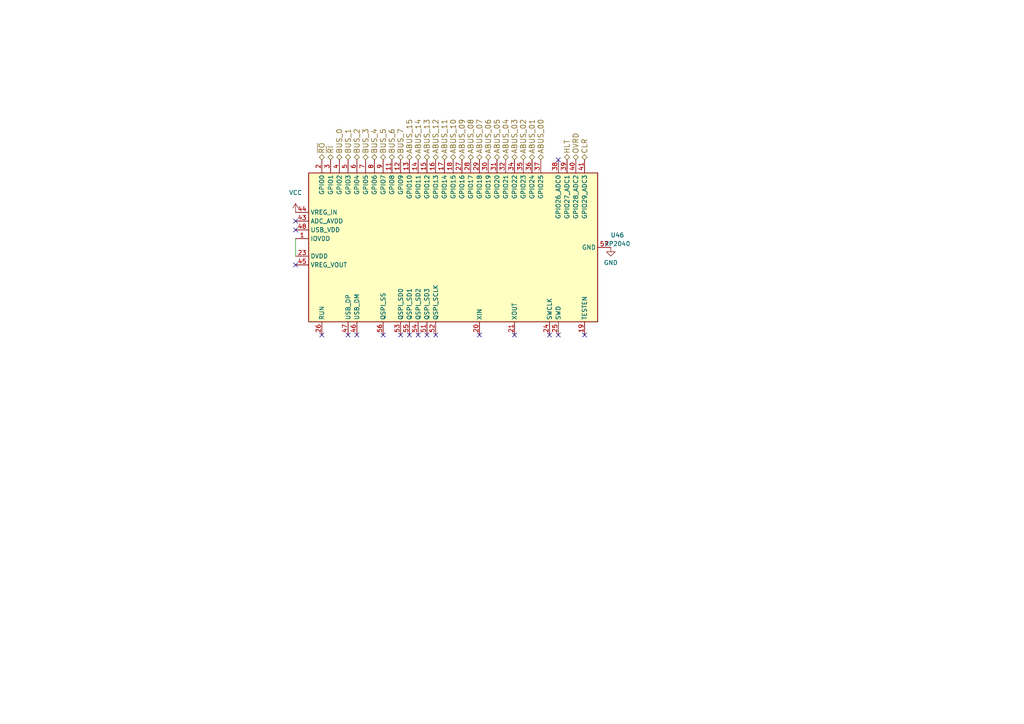
<source format=kicad_sch>
(kicad_sch (version 20211123) (generator eeschema)
  (paper "A4")
  (lib_symbols
    (symbol "MCU_RaspberryPi:RP2040"
      (property "Reference" "U" (at 17.78 45.72 0))
      (property "Value" "RP2040" (at 17.78 43.18 0))
      (symbol "RP2040_0_1"
        (rectangle (start -21.59 41.91) (end 21.59 -41.91) (stroke (width 0.254)) (fill (type background)))
      )
      (symbol "RP2040_1_1"
        (pin power_in line (at 2.54 45.72 270) (length 3.81) (name "IOVDD") (number "1"))
        (pin passive line (at 2.54 45.72 270) (length 3.81) hide (name "IOVDD") (number "10"))
        (pin bidirectional line (at 25.4 17.78 180) (length 3.81) (name "GPIO8") (number "11"))
        (pin bidirectional line (at 25.4 15.24 180) (length 3.81) (name "GPIO9") (number "12"))
        (pin bidirectional line (at 25.4 12.7 180) (length 3.81) (name "GPIO10") (number "13"))
        (pin bidirectional line (at 25.4 10.16 180) (length 3.81) (name "GPIO11") (number "14"))
        (pin bidirectional line (at 25.4 7.62 180) (length 3.81) (name "GPIO12") (number "15"))
        (pin bidirectional line (at 25.4 5.08 180) (length 3.81) (name "GPIO13") (number "16"))
        (pin bidirectional line (at 25.4 2.54 180) (length 3.81) (name "GPIO14") (number "17"))
        (pin bidirectional line (at 25.4 0 180) (length 3.81) (name "GPIO15") (number "18"))
        (pin input line (at -25.4 -38.1 0) (length 3.81) (name "TESTEN") (number "19"))
        (pin bidirectional line (at 25.4 38.1 180) (length 3.81) (name "GPIO0") (number "2"))
        (pin input line (at -25.4 -7.62 0) (length 3.81) (name "XIN") (number "20"))
        (pin passive line (at -25.4 -17.78 0) (length 3.81) (name "XOUT") (number "21"))
        (pin passive line (at 2.54 45.72 270) (length 3.81) hide (name "IOVDD") (number "22"))
        (pin power_in line (at -2.54 45.72 270) (length 3.81) (name "DVDD") (number "23"))
        (pin output line (at -25.4 -27.94 0) (length 3.81) (name "SWCLK") (number "24"))
        (pin bidirectional line (at -25.4 -30.48 0) (length 3.81) (name "SWD") (number "25"))
        (pin input line (at -25.4 38.1 0) (length 3.81) (name "RUN") (number "26"))
        (pin bidirectional line (at 25.4 -2.54 180) (length 3.81) (name "GPIO16") (number "27"))
        (pin bidirectional line (at 25.4 -5.08 180) (length 3.81) (name "GPIO17") (number "28"))
        (pin bidirectional line (at 25.4 -7.62 180) (length 3.81) (name "GPIO18") (number "29"))
        (pin bidirectional line (at 25.4 35.56 180) (length 3.81) (name "GPIO1") (number "3"))
        (pin bidirectional line (at 25.4 -10.16 180) (length 3.81) (name "GPIO19") (number "30"))
        (pin bidirectional line (at 25.4 -12.7 180) (length 3.81) (name "GPIO20") (number "31"))
        (pin bidirectional line (at 25.4 -15.24 180) (length 3.81) (name "GPIO21") (number "32"))
        (pin passive line (at 2.54 45.72 270) (length 3.81) hide (name "IOVDD") (number "33"))
        (pin bidirectional line (at 25.4 -17.78 180) (length 3.81) (name "GPIO22") (number "34"))
        (pin bidirectional line (at 25.4 -20.32 180) (length 3.81) (name "GPIO23") (number "35"))
        (pin bidirectional line (at 25.4 -22.86 180) (length 3.81) (name "GPIO24") (number "36"))
        (pin bidirectional line (at 25.4 -25.4 180) (length 3.81) (name "GPIO25") (number "37"))
        (pin bidirectional line (at 25.4 -30.48 180) (length 3.81) (name "GPIO26_ADC0") (number "38"))
        (pin bidirectional line (at 25.4 -33.02 180) (length 3.81) (name "GPIO27_ADC1") (number "39"))
        (pin bidirectional line (at 25.4 33.02 180) (length 3.81) (name "GPIO2") (number "4"))
        (pin bidirectional line (at 25.4 -35.56 180) (length 3.81) (name "GPIO28_ADC2") (number "40"))
        (pin bidirectional line (at 25.4 -38.1 180) (length 3.81) (name "GPIO29_ADC3") (number "41"))
        (pin passive line (at 2.54 45.72 270) (length 3.81) hide (name "IOVDD") (number "42"))
        (pin power_in line (at 7.62 45.72 270) (length 3.81) (name "ADC_AVDD") (number "43"))
        (pin power_in line (at 10.16 45.72 270) (length 3.81) (name "VREG_IN") (number "44"))
        (pin power_out line (at -5.08 45.72 270) (length 3.81) (name "VREG_VOUT") (number "45"))
        (pin bidirectional line (at -25.4 27.94 0) (length 3.81) (name "USB_DM") (number "46"))
        (pin bidirectional line (at -25.4 30.48 0) (length 3.81) (name "USB_DP") (number "47"))
        (pin power_in line (at 5.08 45.72 270) (length 3.81) (name "USB_VDD") (number "48"))
        (pin passive line (at 2.54 45.72 270) (length 3.81) hide (name "IOVDD") (number "49"))
        (pin bidirectional line (at 25.4 30.48 180) (length 3.81) (name "GPIO3") (number "5"))
        (pin passive line (at -2.54 45.72 270) (length 3.81) hide (name "DVDD") (number "50"))
        (pin bidirectional line (at -25.4 7.62 0) (length 3.81) (name "QSPI_SD3") (number "51"))
        (pin output line (at -25.4 5.08 0) (length 3.81) (name "QSPI_SCLK") (number "52"))
        (pin bidirectional line (at -25.4 15.24 0) (length 3.81) (name "QSPI_SD0") (number "53"))
        (pin bidirectional line (at -25.4 10.16 0) (length 3.81) (name "QSPI_SD2") (number "54"))
        (pin bidirectional line (at -25.4 12.7 0) (length 3.81) (name "QSPI_SD1") (number "55"))
        (pin bidirectional line (at -25.4 20.32 0) (length 3.81) (name "QSPI_SS") (number "56"))
        (pin power_in line (at 0 -45.72 90) (length 3.81) (name "GND") (number "57"))
        (pin bidirectional line (at 25.4 27.94 180) (length 3.81) (name "GPIO4") (number "6"))
        (pin bidirectional line (at 25.4 25.4 180) (length 3.81) (name "GPIO5") (number "7"))
        (pin bidirectional line (at 25.4 22.86 180) (length 3.81) (name "GPIO6") (number "8"))
        (pin bidirectional line (at 25.4 20.32 180) (length 3.81) (name "GPIO7") (number "9"))
      )
    )
    (symbol "power:GND" (power) (pin_names (offset 0))
      (property "Value" "GND" (at 0 -3.81 0))
      (symbol "GND_0_1"
        (polyline (pts (xy 0 0) (xy 0 -1.27) (xy 1.27 -1.27) (xy 0 -2.54) (xy -1.27 -1.27) (xy 0 -1.27)))
      )
      (symbol "GND_1_1"
        (pin power_in line (at 0 0 270) (length 0) hide (name "GND") (number "1"))
      )
    )
    (symbol "power:VCC" (power) (pin_names (offset 0))
      (property "Value" "VCC" (at 0 3.81 0))
      (symbol "VCC_0_1"
        (polyline (pts (xy -0.762 1.27) (xy 0 2.54)))
        (polyline (pts (xy 0 0) (xy 0 2.54)))
        (polyline (pts (xy 0 2.54) (xy 0.762 1.27)))
      )
      (symbol "VCC_1_1"
        (pin power_in line (at 0 0 90) (length 0) hide (name "VCC") (number "1"))
      )
    )
  )
  (no_connect (at 103.505 97.155))
  (no_connect (at 149.225 97.155))
  (no_connect (at 126.365 97.155))
  (no_connect (at 123.825 97.155))
  (no_connect (at 121.285 97.155))
  (no_connect (at 93.345 97.155))
  (no_connect (at 85.725 76.835))
  (no_connect (at 85.725 66.675))
  (no_connect (at 85.725 64.135))
  (no_connect (at 118.745 97.155))
  (no_connect (at 100.965 97.155))
  (no_connect (at 111.125 97.155))
  (no_connect (at 116.205 97.155))
  (no_connect (at 159.385 97.155))
  (no_connect (at 161.925 97.155))
  (no_connect (at 169.545 97.155))
  (no_connect (at 139.065 97.155))
  (no_connect (at 161.925 46.355))
  (wire (pts (xy 85.725 69.215) (xy 85.725 74.295)))
  (hierarchical_label "BUS_7" (shape bidirectional) (at 116.205 46.355 90) (effects (font (size 1.524 1.524))))
  (hierarchical_label "BUS_2" (shape bidirectional) (at 103.505 46.355 90) (effects (font (size 1.524 1.524))))
  (hierarchical_label "BUS_4" (shape bidirectional) (at 108.585 46.355 90) (effects (font (size 1.524 1.524))))
  (hierarchical_label "ABUS_02" (shape tri_state) (at 151.765 46.355 90) (effects (font (size 1.524 1.524))))
  (hierarchical_label "ABUS_03" (shape tri_state) (at 149.225 46.355 90) (effects (font (size 1.524 1.524))))
  (hierarchical_label "BUS_3" (shape bidirectional) (at 106.045 46.355 90) (effects (font (size 1.524 1.524))))
  (hierarchical_label "ABUS_15" (shape tri_state) (at 118.745 46.355 90) (effects (font (size 1.524 1.524))))
  (hierarchical_label "ABUS_10" (shape tri_state) (at 131.445 46.355 90) (effects (font (size 1.524 1.524))))
  (hierarchical_label "BUS_6" (shape bidirectional) (at 113.665 46.355 90) (effects (font (size 1.524 1.524))))
  (hierarchical_label "HLT" (shape tri_state) (at 164.465 46.355 90) (effects (font (size 1.524 1.524))))
  (hierarchical_label "ABUS_00" (shape tri_state) (at 156.845 46.355 90) (effects (font (size 1.524 1.524))))
  (hierarchical_label "CLR" (shape tri_state) (at 169.545 46.355 90) (effects (font (size 1.524 1.524))))
  (hierarchical_label "BUS_5" (shape bidirectional) (at 111.125 46.355 90) (effects (font (size 1.524 1.524))))
  (hierarchical_label "ABUS_01" (shape tri_state) (at 154.305 46.355 90) (effects (font (size 1.524 1.524))))
  (hierarchical_label "BUS_1" (shape bidirectional) (at 100.965 46.355 90) (effects (font (size 1.524 1.524))))
  (hierarchical_label "ABUS_08" (shape tri_state) (at 136.525 46.355 90) (effects (font (size 1.524 1.524))))
  (hierarchical_label "ABUS_12" (shape tri_state) (at 126.365 46.355 90) (effects (font (size 1.524 1.524))))
  (hierarchical_label "OVRD" (shape tri_state) (at 167.005 46.355 90) (effects (font (size 1.524 1.524))))
  (hierarchical_label "ABUS_13" (shape tri_state) (at 123.825 46.355 90) (effects (font (size 1.524 1.524))))
  (hierarchical_label "ABUS_07" (shape tri_state) (at 139.065 46.355 90) (effects (font (size 1.524 1.524))))
  (hierarchical_label "ABUS_05" (shape tri_state) (at 144.145 46.355 90) (effects (font (size 1.524 1.524))))
  (hierarchical_label "ABUS_04" (shape tri_state) (at 146.685 46.355 90) (effects (font (size 1.524 1.524))))
  (hierarchical_label "ABUS_11" (shape tri_state) (at 128.905 46.355 90) (effects (font (size 1.524 1.524))))
  (hierarchical_label "~{RI}" (shape tri_state) (at 95.885 46.355 90) (effects (font (size 1.524 1.524))))
  (hierarchical_label "~{RO}" (shape tri_state) (at 93.345 46.355 90) (effects (font (size 1.524 1.524))))
  (hierarchical_label "ABUS_09" (shape tri_state) (at 133.985 46.355 90) (effects (font (size 1.524 1.524))))
  (hierarchical_label "BUS_0" (shape bidirectional) (at 98.425 46.355 90) (effects (font (size 1.524 1.524))))
  (hierarchical_label "ABUS_06" (shape tri_state) (at 141.605 46.355 90) (effects (font (size 1.524 1.524))))
  (hierarchical_label "ABUS_14" (shape tri_state) (at 121.285 46.355 90) (effects (font (size 1.524 1.524))))
  (symbol (lib_id "MCU_RaspberryPi:RP2040") (at 131.445 71.755 90) (unit 1)
    (property "Reference" "U46" (at 179.07 68.1736 90))
    (property "Value" "RP2040" (at 179.07 70.7136 90))
    (property "Footprint" "Package_DFN_QFN:QFN-56-1EP_7x7mm_P0.4mm_EP3.2x3.2mm" (effects hide))
    (property "Datasheet" "https://datasheets.raspberrypi.com/rp2040/rp2040-datasheet.pdf" (effects hide))
  )
  (symbol (lib_id "power:VCC") (at 85.725 61.595 0) (unit 1)
    (property "Reference" "#PWR0151" (effects hide))
    (property "Value" "VCC" (at 85.725 55.88 0))
  )
  (symbol (lib_id "power:GND") (at 177.165 71.755 0) (unit 1)
    (property "Reference" "#PWR0152" (effects hide))
    (property "Value" "GND" (at 177.165 76.2 0))
  )
)
</source>
